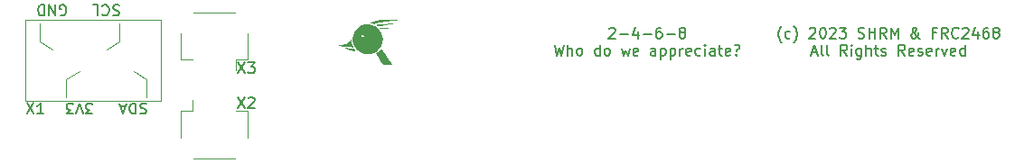
<source format=gbr>
%TF.GenerationSoftware,KiCad,Pcbnew,(6.0.8-1)-1*%
%TF.CreationDate,2023-12-09T20:57:06-06:00*%
%TF.ProjectId,RIO to STEMMA Dual,52494f20-746f-4205-9354-454d4d412044,rev?*%
%TF.SameCoordinates,Original*%
%TF.FileFunction,Legend,Top*%
%TF.FilePolarity,Positive*%
%FSLAX46Y46*%
G04 Gerber Fmt 4.6, Leading zero omitted, Abs format (unit mm)*
G04 Created by KiCad (PCBNEW (6.0.8-1)-1) date 2023-12-09 20:57:06*
%MOMM*%
%LPD*%
G01*
G04 APERTURE LIST*
%ADD10C,0.150000*%
%ADD11C,0.120000*%
G04 APERTURE END LIST*
D10*
X141791990Y-54409733D02*
X141744371Y-54362114D01*
X141649133Y-54219257D01*
X141601514Y-54124019D01*
X141553895Y-53981161D01*
X141506276Y-53743066D01*
X141506276Y-53552590D01*
X141553895Y-53314495D01*
X141601514Y-53171638D01*
X141649133Y-53076400D01*
X141744371Y-52933542D01*
X141791990Y-52885923D01*
X142601514Y-53981161D02*
X142506276Y-54028780D01*
X142315800Y-54028780D01*
X142220561Y-53981161D01*
X142172942Y-53933542D01*
X142125323Y-53838304D01*
X142125323Y-53552590D01*
X142172942Y-53457352D01*
X142220561Y-53409733D01*
X142315800Y-53362114D01*
X142506276Y-53362114D01*
X142601514Y-53409733D01*
X142934847Y-54409733D02*
X142982466Y-54362114D01*
X143077704Y-54219257D01*
X143125323Y-54124019D01*
X143172942Y-53981161D01*
X143220561Y-53743066D01*
X143220561Y-53552590D01*
X143172942Y-53314495D01*
X143125323Y-53171638D01*
X143077704Y-53076400D01*
X142982466Y-52933542D01*
X142934847Y-52885923D01*
X144411038Y-53124019D02*
X144458657Y-53076400D01*
X144553895Y-53028780D01*
X144791990Y-53028780D01*
X144887228Y-53076400D01*
X144934847Y-53124019D01*
X144982466Y-53219257D01*
X144982466Y-53314495D01*
X144934847Y-53457352D01*
X144363419Y-54028780D01*
X144982466Y-54028780D01*
X145601514Y-53028780D02*
X145696752Y-53028780D01*
X145791990Y-53076400D01*
X145839609Y-53124019D01*
X145887228Y-53219257D01*
X145934847Y-53409733D01*
X145934847Y-53647828D01*
X145887228Y-53838304D01*
X145839609Y-53933542D01*
X145791990Y-53981161D01*
X145696752Y-54028780D01*
X145601514Y-54028780D01*
X145506276Y-53981161D01*
X145458657Y-53933542D01*
X145411038Y-53838304D01*
X145363419Y-53647828D01*
X145363419Y-53409733D01*
X145411038Y-53219257D01*
X145458657Y-53124019D01*
X145506276Y-53076400D01*
X145601514Y-53028780D01*
X146315800Y-53124019D02*
X146363419Y-53076400D01*
X146458657Y-53028780D01*
X146696752Y-53028780D01*
X146791990Y-53076400D01*
X146839609Y-53124019D01*
X146887228Y-53219257D01*
X146887228Y-53314495D01*
X146839609Y-53457352D01*
X146268180Y-54028780D01*
X146887228Y-54028780D01*
X147220561Y-53028780D02*
X147839609Y-53028780D01*
X147506276Y-53409733D01*
X147649133Y-53409733D01*
X147744371Y-53457352D01*
X147791990Y-53504971D01*
X147839609Y-53600209D01*
X147839609Y-53838304D01*
X147791990Y-53933542D01*
X147744371Y-53981161D01*
X147649133Y-54028780D01*
X147363419Y-54028780D01*
X147268180Y-53981161D01*
X147220561Y-53933542D01*
X148982466Y-53981161D02*
X149125323Y-54028780D01*
X149363419Y-54028780D01*
X149458657Y-53981161D01*
X149506276Y-53933542D01*
X149553895Y-53838304D01*
X149553895Y-53743066D01*
X149506276Y-53647828D01*
X149458657Y-53600209D01*
X149363419Y-53552590D01*
X149172942Y-53504971D01*
X149077704Y-53457352D01*
X149030085Y-53409733D01*
X148982466Y-53314495D01*
X148982466Y-53219257D01*
X149030085Y-53124019D01*
X149077704Y-53076400D01*
X149172942Y-53028780D01*
X149411038Y-53028780D01*
X149553895Y-53076400D01*
X149982466Y-54028780D02*
X149982466Y-53028780D01*
X149982466Y-53504971D02*
X150553895Y-53504971D01*
X150553895Y-54028780D02*
X150553895Y-53028780D01*
X151601514Y-54028780D02*
X151268180Y-53552590D01*
X151030085Y-54028780D02*
X151030085Y-53028780D01*
X151411038Y-53028780D01*
X151506276Y-53076400D01*
X151553895Y-53124019D01*
X151601514Y-53219257D01*
X151601514Y-53362114D01*
X151553895Y-53457352D01*
X151506276Y-53504971D01*
X151411038Y-53552590D01*
X151030085Y-53552590D01*
X152030085Y-54028780D02*
X152030085Y-53028780D01*
X152363419Y-53743066D01*
X152696752Y-53028780D01*
X152696752Y-54028780D01*
X154744371Y-54028780D02*
X154696752Y-54028780D01*
X154601514Y-53981161D01*
X154458657Y-53838304D01*
X154220561Y-53552590D01*
X154125323Y-53409733D01*
X154077704Y-53266876D01*
X154077704Y-53171638D01*
X154125323Y-53076400D01*
X154220561Y-53028780D01*
X154268180Y-53028780D01*
X154363419Y-53076400D01*
X154411038Y-53171638D01*
X154411038Y-53219257D01*
X154363419Y-53314495D01*
X154315800Y-53362114D01*
X154030085Y-53552590D01*
X153982466Y-53600209D01*
X153934847Y-53695447D01*
X153934847Y-53838304D01*
X153982466Y-53933542D01*
X154030085Y-53981161D01*
X154125323Y-54028780D01*
X154268180Y-54028780D01*
X154363419Y-53981161D01*
X154411038Y-53933542D01*
X154553895Y-53743066D01*
X154601514Y-53600209D01*
X154601514Y-53504971D01*
X156268180Y-53504971D02*
X155934847Y-53504971D01*
X155934847Y-54028780D02*
X155934847Y-53028780D01*
X156411038Y-53028780D01*
X157363419Y-54028780D02*
X157030085Y-53552590D01*
X156791990Y-54028780D02*
X156791990Y-53028780D01*
X157172942Y-53028780D01*
X157268180Y-53076400D01*
X157315800Y-53124019D01*
X157363419Y-53219257D01*
X157363419Y-53362114D01*
X157315800Y-53457352D01*
X157268180Y-53504971D01*
X157172942Y-53552590D01*
X156791990Y-53552590D01*
X158363419Y-53933542D02*
X158315800Y-53981161D01*
X158172942Y-54028780D01*
X158077704Y-54028780D01*
X157934847Y-53981161D01*
X157839609Y-53885923D01*
X157791990Y-53790685D01*
X157744371Y-53600209D01*
X157744371Y-53457352D01*
X157791990Y-53266876D01*
X157839609Y-53171638D01*
X157934847Y-53076400D01*
X158077704Y-53028780D01*
X158172942Y-53028780D01*
X158315800Y-53076400D01*
X158363419Y-53124019D01*
X158744371Y-53124019D02*
X158791990Y-53076400D01*
X158887228Y-53028780D01*
X159125323Y-53028780D01*
X159220561Y-53076400D01*
X159268180Y-53124019D01*
X159315800Y-53219257D01*
X159315800Y-53314495D01*
X159268180Y-53457352D01*
X158696752Y-54028780D01*
X159315800Y-54028780D01*
X160172942Y-53362114D02*
X160172942Y-54028780D01*
X159934847Y-52981161D02*
X159696752Y-53695447D01*
X160315800Y-53695447D01*
X161125323Y-53028780D02*
X160934847Y-53028780D01*
X160839609Y-53076400D01*
X160791990Y-53124019D01*
X160696752Y-53266876D01*
X160649133Y-53457352D01*
X160649133Y-53838304D01*
X160696752Y-53933542D01*
X160744371Y-53981161D01*
X160839609Y-54028780D01*
X161030085Y-54028780D01*
X161125323Y-53981161D01*
X161172942Y-53933542D01*
X161220561Y-53838304D01*
X161220561Y-53600209D01*
X161172942Y-53504971D01*
X161125323Y-53457352D01*
X161030085Y-53409733D01*
X160839609Y-53409733D01*
X160744371Y-53457352D01*
X160696752Y-53504971D01*
X160649133Y-53600209D01*
X161791990Y-53457352D02*
X161696752Y-53409733D01*
X161649133Y-53362114D01*
X161601514Y-53266876D01*
X161601514Y-53219257D01*
X161649133Y-53124019D01*
X161696752Y-53076400D01*
X161791990Y-53028780D01*
X161982466Y-53028780D01*
X162077704Y-53076400D01*
X162125323Y-53124019D01*
X162172942Y-53219257D01*
X162172942Y-53266876D01*
X162125323Y-53362114D01*
X162077704Y-53409733D01*
X161982466Y-53457352D01*
X161791990Y-53457352D01*
X161696752Y-53504971D01*
X161649133Y-53552590D01*
X161601514Y-53647828D01*
X161601514Y-53838304D01*
X161649133Y-53933542D01*
X161696752Y-53981161D01*
X161791990Y-54028780D01*
X161982466Y-54028780D01*
X162077704Y-53981161D01*
X162125323Y-53933542D01*
X162172942Y-53838304D01*
X162172942Y-53647828D01*
X162125323Y-53552590D01*
X162077704Y-53504971D01*
X161982466Y-53457352D01*
X144625323Y-55353066D02*
X145101514Y-55353066D01*
X144530085Y-55638780D02*
X144863419Y-54638780D01*
X145196752Y-55638780D01*
X145672942Y-55638780D02*
X145577704Y-55591161D01*
X145530085Y-55495923D01*
X145530085Y-54638780D01*
X146196752Y-55638780D02*
X146101514Y-55591161D01*
X146053895Y-55495923D01*
X146053895Y-54638780D01*
X147911038Y-55638780D02*
X147577704Y-55162590D01*
X147339609Y-55638780D02*
X147339609Y-54638780D01*
X147720561Y-54638780D01*
X147815800Y-54686400D01*
X147863419Y-54734019D01*
X147911038Y-54829257D01*
X147911038Y-54972114D01*
X147863419Y-55067352D01*
X147815800Y-55114971D01*
X147720561Y-55162590D01*
X147339609Y-55162590D01*
X148339609Y-55638780D02*
X148339609Y-54972114D01*
X148339609Y-54638780D02*
X148291990Y-54686400D01*
X148339609Y-54734019D01*
X148387228Y-54686400D01*
X148339609Y-54638780D01*
X148339609Y-54734019D01*
X149244371Y-54972114D02*
X149244371Y-55781638D01*
X149196752Y-55876876D01*
X149149133Y-55924495D01*
X149053895Y-55972114D01*
X148911038Y-55972114D01*
X148815800Y-55924495D01*
X149244371Y-55591161D02*
X149149133Y-55638780D01*
X148958657Y-55638780D01*
X148863419Y-55591161D01*
X148815800Y-55543542D01*
X148768180Y-55448304D01*
X148768180Y-55162590D01*
X148815800Y-55067352D01*
X148863419Y-55019733D01*
X148958657Y-54972114D01*
X149149133Y-54972114D01*
X149244371Y-55019733D01*
X149720561Y-55638780D02*
X149720561Y-54638780D01*
X150149133Y-55638780D02*
X150149133Y-55114971D01*
X150101514Y-55019733D01*
X150006276Y-54972114D01*
X149863419Y-54972114D01*
X149768180Y-55019733D01*
X149720561Y-55067352D01*
X150482466Y-54972114D02*
X150863419Y-54972114D01*
X150625323Y-54638780D02*
X150625323Y-55495923D01*
X150672942Y-55591161D01*
X150768180Y-55638780D01*
X150863419Y-55638780D01*
X151149133Y-55591161D02*
X151244371Y-55638780D01*
X151434847Y-55638780D01*
X151530085Y-55591161D01*
X151577704Y-55495923D01*
X151577704Y-55448304D01*
X151530085Y-55353066D01*
X151434847Y-55305447D01*
X151291990Y-55305447D01*
X151196752Y-55257828D01*
X151149133Y-55162590D01*
X151149133Y-55114971D01*
X151196752Y-55019733D01*
X151291990Y-54972114D01*
X151434847Y-54972114D01*
X151530085Y-55019733D01*
X153339609Y-55638780D02*
X153006276Y-55162590D01*
X152768180Y-55638780D02*
X152768180Y-54638780D01*
X153149133Y-54638780D01*
X153244371Y-54686400D01*
X153291990Y-54734019D01*
X153339609Y-54829257D01*
X153339609Y-54972114D01*
X153291990Y-55067352D01*
X153244371Y-55114971D01*
X153149133Y-55162590D01*
X152768180Y-55162590D01*
X154149133Y-55591161D02*
X154053895Y-55638780D01*
X153863419Y-55638780D01*
X153768180Y-55591161D01*
X153720561Y-55495923D01*
X153720561Y-55114971D01*
X153768180Y-55019733D01*
X153863419Y-54972114D01*
X154053895Y-54972114D01*
X154149133Y-55019733D01*
X154196752Y-55114971D01*
X154196752Y-55210209D01*
X153720561Y-55305447D01*
X154577704Y-55591161D02*
X154672942Y-55638780D01*
X154863419Y-55638780D01*
X154958657Y-55591161D01*
X155006276Y-55495923D01*
X155006276Y-55448304D01*
X154958657Y-55353066D01*
X154863419Y-55305447D01*
X154720561Y-55305447D01*
X154625323Y-55257828D01*
X154577704Y-55162590D01*
X154577704Y-55114971D01*
X154625323Y-55019733D01*
X154720561Y-54972114D01*
X154863419Y-54972114D01*
X154958657Y-55019733D01*
X155815800Y-55591161D02*
X155720561Y-55638780D01*
X155530085Y-55638780D01*
X155434847Y-55591161D01*
X155387228Y-55495923D01*
X155387228Y-55114971D01*
X155434847Y-55019733D01*
X155530085Y-54972114D01*
X155720561Y-54972114D01*
X155815800Y-55019733D01*
X155863419Y-55114971D01*
X155863419Y-55210209D01*
X155387228Y-55305447D01*
X156291990Y-55638780D02*
X156291990Y-54972114D01*
X156291990Y-55162590D02*
X156339609Y-55067352D01*
X156387228Y-55019733D01*
X156482466Y-54972114D01*
X156577704Y-54972114D01*
X156815800Y-54972114D02*
X157053895Y-55638780D01*
X157291990Y-54972114D01*
X158053895Y-55591161D02*
X157958657Y-55638780D01*
X157768180Y-55638780D01*
X157672942Y-55591161D01*
X157625323Y-55495923D01*
X157625323Y-55114971D01*
X157672942Y-55019733D01*
X157768180Y-54972114D01*
X157958657Y-54972114D01*
X158053895Y-55019733D01*
X158101514Y-55114971D01*
X158101514Y-55210209D01*
X157625323Y-55305447D01*
X158958657Y-55638780D02*
X158958657Y-54638780D01*
X158958657Y-55591161D02*
X158863419Y-55638780D01*
X158672942Y-55638780D01*
X158577704Y-55591161D01*
X158530085Y-55543542D01*
X158482466Y-55448304D01*
X158482466Y-55162590D01*
X158530085Y-55067352D01*
X158577704Y-55019733D01*
X158672942Y-54972114D01*
X158863419Y-54972114D01*
X158958657Y-55019733D01*
X125638371Y-53124019D02*
X125685990Y-53076400D01*
X125781228Y-53028780D01*
X126019323Y-53028780D01*
X126114561Y-53076400D01*
X126162180Y-53124019D01*
X126209800Y-53219257D01*
X126209800Y-53314495D01*
X126162180Y-53457352D01*
X125590752Y-54028780D01*
X126209800Y-54028780D01*
X126638371Y-53647828D02*
X127400276Y-53647828D01*
X128305038Y-53362114D02*
X128305038Y-54028780D01*
X128066942Y-52981161D02*
X127828847Y-53695447D01*
X128447895Y-53695447D01*
X128828847Y-53647828D02*
X129590752Y-53647828D01*
X130495514Y-53028780D02*
X130305038Y-53028780D01*
X130209800Y-53076400D01*
X130162180Y-53124019D01*
X130066942Y-53266876D01*
X130019323Y-53457352D01*
X130019323Y-53838304D01*
X130066942Y-53933542D01*
X130114561Y-53981161D01*
X130209800Y-54028780D01*
X130400276Y-54028780D01*
X130495514Y-53981161D01*
X130543133Y-53933542D01*
X130590752Y-53838304D01*
X130590752Y-53600209D01*
X130543133Y-53504971D01*
X130495514Y-53457352D01*
X130400276Y-53409733D01*
X130209800Y-53409733D01*
X130114561Y-53457352D01*
X130066942Y-53504971D01*
X130019323Y-53600209D01*
X131019323Y-53647828D02*
X131781228Y-53647828D01*
X132400276Y-53457352D02*
X132305038Y-53409733D01*
X132257419Y-53362114D01*
X132209800Y-53266876D01*
X132209800Y-53219257D01*
X132257419Y-53124019D01*
X132305038Y-53076400D01*
X132400276Y-53028780D01*
X132590752Y-53028780D01*
X132685990Y-53076400D01*
X132733609Y-53124019D01*
X132781228Y-53219257D01*
X132781228Y-53266876D01*
X132733609Y-53362114D01*
X132685990Y-53409733D01*
X132590752Y-53457352D01*
X132400276Y-53457352D01*
X132305038Y-53504971D01*
X132257419Y-53552590D01*
X132209800Y-53647828D01*
X132209800Y-53838304D01*
X132257419Y-53933542D01*
X132305038Y-53981161D01*
X132400276Y-54028780D01*
X132590752Y-54028780D01*
X132685990Y-53981161D01*
X132733609Y-53933542D01*
X132781228Y-53838304D01*
X132781228Y-53647828D01*
X132733609Y-53552590D01*
X132685990Y-53504971D01*
X132590752Y-53457352D01*
X120519323Y-54638780D02*
X120757419Y-55638780D01*
X120947895Y-54924495D01*
X121138371Y-55638780D01*
X121376466Y-54638780D01*
X121757419Y-55638780D02*
X121757419Y-54638780D01*
X122185990Y-55638780D02*
X122185990Y-55114971D01*
X122138371Y-55019733D01*
X122043133Y-54972114D01*
X121900276Y-54972114D01*
X121805038Y-55019733D01*
X121757419Y-55067352D01*
X122805038Y-55638780D02*
X122709800Y-55591161D01*
X122662180Y-55543542D01*
X122614561Y-55448304D01*
X122614561Y-55162590D01*
X122662180Y-55067352D01*
X122709800Y-55019733D01*
X122805038Y-54972114D01*
X122947895Y-54972114D01*
X123043133Y-55019733D01*
X123090752Y-55067352D01*
X123138371Y-55162590D01*
X123138371Y-55448304D01*
X123090752Y-55543542D01*
X123043133Y-55591161D01*
X122947895Y-55638780D01*
X122805038Y-55638780D01*
X124757419Y-55638780D02*
X124757419Y-54638780D01*
X124757419Y-55591161D02*
X124662180Y-55638780D01*
X124471704Y-55638780D01*
X124376466Y-55591161D01*
X124328847Y-55543542D01*
X124281228Y-55448304D01*
X124281228Y-55162590D01*
X124328847Y-55067352D01*
X124376466Y-55019733D01*
X124471704Y-54972114D01*
X124662180Y-54972114D01*
X124757419Y-55019733D01*
X125376466Y-55638780D02*
X125281228Y-55591161D01*
X125233609Y-55543542D01*
X125185990Y-55448304D01*
X125185990Y-55162590D01*
X125233609Y-55067352D01*
X125281228Y-55019733D01*
X125376466Y-54972114D01*
X125519323Y-54972114D01*
X125614561Y-55019733D01*
X125662180Y-55067352D01*
X125709800Y-55162590D01*
X125709800Y-55448304D01*
X125662180Y-55543542D01*
X125614561Y-55591161D01*
X125519323Y-55638780D01*
X125376466Y-55638780D01*
X126805038Y-54972114D02*
X126995514Y-55638780D01*
X127185990Y-55162590D01*
X127376466Y-55638780D01*
X127566942Y-54972114D01*
X128328847Y-55591161D02*
X128233609Y-55638780D01*
X128043133Y-55638780D01*
X127947895Y-55591161D01*
X127900276Y-55495923D01*
X127900276Y-55114971D01*
X127947895Y-55019733D01*
X128043133Y-54972114D01*
X128233609Y-54972114D01*
X128328847Y-55019733D01*
X128376466Y-55114971D01*
X128376466Y-55210209D01*
X127900276Y-55305447D01*
X129995514Y-55638780D02*
X129995514Y-55114971D01*
X129947895Y-55019733D01*
X129852657Y-54972114D01*
X129662180Y-54972114D01*
X129566942Y-55019733D01*
X129995514Y-55591161D02*
X129900276Y-55638780D01*
X129662180Y-55638780D01*
X129566942Y-55591161D01*
X129519323Y-55495923D01*
X129519323Y-55400685D01*
X129566942Y-55305447D01*
X129662180Y-55257828D01*
X129900276Y-55257828D01*
X129995514Y-55210209D01*
X130471704Y-54972114D02*
X130471704Y-55972114D01*
X130471704Y-55019733D02*
X130566942Y-54972114D01*
X130757419Y-54972114D01*
X130852657Y-55019733D01*
X130900276Y-55067352D01*
X130947895Y-55162590D01*
X130947895Y-55448304D01*
X130900276Y-55543542D01*
X130852657Y-55591161D01*
X130757419Y-55638780D01*
X130566942Y-55638780D01*
X130471704Y-55591161D01*
X131376466Y-54972114D02*
X131376466Y-55972114D01*
X131376466Y-55019733D02*
X131471704Y-54972114D01*
X131662180Y-54972114D01*
X131757419Y-55019733D01*
X131805038Y-55067352D01*
X131852657Y-55162590D01*
X131852657Y-55448304D01*
X131805038Y-55543542D01*
X131757419Y-55591161D01*
X131662180Y-55638780D01*
X131471704Y-55638780D01*
X131376466Y-55591161D01*
X132281228Y-55638780D02*
X132281228Y-54972114D01*
X132281228Y-55162590D02*
X132328847Y-55067352D01*
X132376466Y-55019733D01*
X132471704Y-54972114D01*
X132566942Y-54972114D01*
X133281228Y-55591161D02*
X133185990Y-55638780D01*
X132995514Y-55638780D01*
X132900276Y-55591161D01*
X132852657Y-55495923D01*
X132852657Y-55114971D01*
X132900276Y-55019733D01*
X132995514Y-54972114D01*
X133185990Y-54972114D01*
X133281228Y-55019733D01*
X133328847Y-55114971D01*
X133328847Y-55210209D01*
X132852657Y-55305447D01*
X134185990Y-55591161D02*
X134090752Y-55638780D01*
X133900276Y-55638780D01*
X133805038Y-55591161D01*
X133757419Y-55543542D01*
X133709800Y-55448304D01*
X133709800Y-55162590D01*
X133757419Y-55067352D01*
X133805038Y-55019733D01*
X133900276Y-54972114D01*
X134090752Y-54972114D01*
X134185990Y-55019733D01*
X134614561Y-55638780D02*
X134614561Y-54972114D01*
X134614561Y-54638780D02*
X134566942Y-54686400D01*
X134614561Y-54734019D01*
X134662180Y-54686400D01*
X134614561Y-54638780D01*
X134614561Y-54734019D01*
X135519323Y-55638780D02*
X135519323Y-55114971D01*
X135471704Y-55019733D01*
X135376466Y-54972114D01*
X135185990Y-54972114D01*
X135090752Y-55019733D01*
X135519323Y-55591161D02*
X135424085Y-55638780D01*
X135185990Y-55638780D01*
X135090752Y-55591161D01*
X135043133Y-55495923D01*
X135043133Y-55400685D01*
X135090752Y-55305447D01*
X135185990Y-55257828D01*
X135424085Y-55257828D01*
X135519323Y-55210209D01*
X135852657Y-54972114D02*
X136233609Y-54972114D01*
X135995514Y-54638780D02*
X135995514Y-55495923D01*
X136043133Y-55591161D01*
X136138371Y-55638780D01*
X136233609Y-55638780D01*
X136947895Y-55591161D02*
X136852657Y-55638780D01*
X136662180Y-55638780D01*
X136566942Y-55591161D01*
X136519323Y-55495923D01*
X136519323Y-55114971D01*
X136566942Y-55019733D01*
X136662180Y-54972114D01*
X136852657Y-54972114D01*
X136947895Y-55019733D01*
X136995514Y-55114971D01*
X136995514Y-55210209D01*
X136519323Y-55305447D01*
X137566942Y-55543542D02*
X137614561Y-55591161D01*
X137566942Y-55638780D01*
X137519323Y-55591161D01*
X137566942Y-55543542D01*
X137566942Y-55638780D01*
X137376466Y-54686400D02*
X137471704Y-54638780D01*
X137709800Y-54638780D01*
X137805038Y-54686400D01*
X137852657Y-54781638D01*
X137852657Y-54876876D01*
X137805038Y-54972114D01*
X137757419Y-55019733D01*
X137662180Y-55067352D01*
X137614561Y-55114971D01*
X137566942Y-55210209D01*
X137566942Y-55257828D01*
%TO.C,X2*%
X90833676Y-59574180D02*
X91500342Y-60574180D01*
X91500342Y-59574180D02*
X90833676Y-60574180D01*
X91833676Y-59669419D02*
X91881295Y-59621800D01*
X91976533Y-59574180D01*
X92214628Y-59574180D01*
X92309866Y-59621800D01*
X92357485Y-59669419D01*
X92405104Y-59764657D01*
X92405104Y-59859895D01*
X92357485Y-60002752D01*
X91786057Y-60574180D01*
X92405104Y-60574180D01*
%TO.C,X3*%
X90859076Y-56297580D02*
X91525742Y-57297580D01*
X91525742Y-56297580D02*
X90859076Y-57297580D01*
X91811457Y-56297580D02*
X92430504Y-56297580D01*
X92097171Y-56678533D01*
X92240028Y-56678533D01*
X92335266Y-56726152D01*
X92382885Y-56773771D01*
X92430504Y-56869009D01*
X92430504Y-57107104D01*
X92382885Y-57202342D01*
X92335266Y-57249961D01*
X92240028Y-57297580D01*
X91954314Y-57297580D01*
X91859076Y-57249961D01*
X91811457Y-57202342D01*
%TO.C,X1*%
X71072476Y-60107580D02*
X71739142Y-61107580D01*
X71739142Y-60107580D02*
X71072476Y-61107580D01*
X72643904Y-61107580D02*
X72072476Y-61107580D01*
X72358190Y-61107580D02*
X72358190Y-60107580D01*
X72262952Y-60250438D01*
X72167714Y-60345676D01*
X72072476Y-60393295D01*
X79727276Y-50928438D02*
X79584419Y-50880819D01*
X79346323Y-50880819D01*
X79251085Y-50928438D01*
X79203466Y-50976057D01*
X79155847Y-51071295D01*
X79155847Y-51166533D01*
X79203466Y-51261771D01*
X79251085Y-51309390D01*
X79346323Y-51357009D01*
X79536800Y-51404628D01*
X79632038Y-51452247D01*
X79679657Y-51499866D01*
X79727276Y-51595104D01*
X79727276Y-51690342D01*
X79679657Y-51785580D01*
X79632038Y-51833200D01*
X79536800Y-51880819D01*
X79298704Y-51880819D01*
X79155847Y-51833200D01*
X78155847Y-50976057D02*
X78203466Y-50928438D01*
X78346323Y-50880819D01*
X78441561Y-50880819D01*
X78584419Y-50928438D01*
X78679657Y-51023676D01*
X78727276Y-51118914D01*
X78774895Y-51309390D01*
X78774895Y-51452247D01*
X78727276Y-51642723D01*
X78679657Y-51737961D01*
X78584419Y-51833200D01*
X78441561Y-51880819D01*
X78346323Y-51880819D01*
X78203466Y-51833200D01*
X78155847Y-51785580D01*
X77251085Y-50880819D02*
X77727276Y-50880819D01*
X77727276Y-51880819D01*
X77234895Y-61130819D02*
X76615847Y-61130819D01*
X76949180Y-60749866D01*
X76806323Y-60749866D01*
X76711085Y-60702247D01*
X76663466Y-60654628D01*
X76615847Y-60559390D01*
X76615847Y-60321295D01*
X76663466Y-60226057D01*
X76711085Y-60178438D01*
X76806323Y-60130819D01*
X77092038Y-60130819D01*
X77187276Y-60178438D01*
X77234895Y-60226057D01*
X76330133Y-61130819D02*
X75996800Y-60130819D01*
X75663466Y-61130819D01*
X75425371Y-61130819D02*
X74806323Y-61130819D01*
X75139657Y-60749866D01*
X74996800Y-60749866D01*
X74901561Y-60702247D01*
X74853942Y-60654628D01*
X74806323Y-60559390D01*
X74806323Y-60321295D01*
X74853942Y-60226057D01*
X74901561Y-60178438D01*
X74996800Y-60130819D01*
X75282514Y-60130819D01*
X75377752Y-60178438D01*
X75425371Y-60226057D01*
X74218704Y-51833200D02*
X74313942Y-51880819D01*
X74456800Y-51880819D01*
X74599657Y-51833200D01*
X74694895Y-51737961D01*
X74742514Y-51642723D01*
X74790133Y-51452247D01*
X74790133Y-51309390D01*
X74742514Y-51118914D01*
X74694895Y-51023676D01*
X74599657Y-50928438D01*
X74456800Y-50880819D01*
X74361561Y-50880819D01*
X74218704Y-50928438D01*
X74171085Y-50976057D01*
X74171085Y-51309390D01*
X74361561Y-51309390D01*
X73742514Y-50880819D02*
X73742514Y-51880819D01*
X73171085Y-50880819D01*
X73171085Y-51880819D01*
X72694895Y-50880819D02*
X72694895Y-51880819D01*
X72456800Y-51880819D01*
X72313942Y-51833200D01*
X72218704Y-51737961D01*
X72171085Y-51642723D01*
X72123466Y-51452247D01*
X72123466Y-51309390D01*
X72171085Y-51118914D01*
X72218704Y-51023676D01*
X72313942Y-50928438D01*
X72456800Y-50880819D01*
X72694895Y-50880819D01*
X82291085Y-60178438D02*
X82148228Y-60130819D01*
X81910133Y-60130819D01*
X81814895Y-60178438D01*
X81767276Y-60226057D01*
X81719657Y-60321295D01*
X81719657Y-60416533D01*
X81767276Y-60511771D01*
X81814895Y-60559390D01*
X81910133Y-60607009D01*
X82100609Y-60654628D01*
X82195847Y-60702247D01*
X82243466Y-60749866D01*
X82291085Y-60845104D01*
X82291085Y-60940342D01*
X82243466Y-61035580D01*
X82195847Y-61083200D01*
X82100609Y-61130819D01*
X81862514Y-61130819D01*
X81719657Y-61083200D01*
X81291085Y-60130819D02*
X81291085Y-61130819D01*
X81052990Y-61130819D01*
X80910133Y-61083200D01*
X80814895Y-60987961D01*
X80767276Y-60892723D01*
X80719657Y-60702247D01*
X80719657Y-60559390D01*
X80767276Y-60368914D01*
X80814895Y-60273676D01*
X80910133Y-60178438D01*
X81052990Y-60130819D01*
X81291085Y-60130819D01*
X80338704Y-60416533D02*
X79862514Y-60416533D01*
X80433942Y-60130819D02*
X80100609Y-61130819D01*
X79767276Y-60130819D01*
D11*
%TO.C,X2*%
X91756000Y-60851400D02*
X90706000Y-60851400D01*
X85536000Y-60851400D02*
X86586000Y-60851400D01*
X91756000Y-63351400D02*
X91756000Y-60851400D01*
X86706000Y-65321400D02*
X90586000Y-65321400D01*
X86586000Y-60851400D02*
X86586000Y-59861400D01*
X85536000Y-63351400D02*
X85536000Y-60851400D01*
%TO.C,X3*%
X90586000Y-51569400D02*
X86706000Y-51569400D01*
X91756000Y-53539400D02*
X91756000Y-56039400D01*
X91756000Y-56039400D02*
X90706000Y-56039400D01*
X90706000Y-56039400D02*
X90706000Y-57029400D01*
X85536000Y-53539400D02*
X85536000Y-56039400D01*
X85536000Y-56039400D02*
X86586000Y-56039400D01*
%TO.C,G\u002A\u002A\u002A*%
G36*
X105316929Y-52655668D02*
G01*
X105431394Y-52660596D01*
X105498637Y-52670448D01*
X105512140Y-52683106D01*
X105471915Y-52700681D01*
X105389246Y-52712196D01*
X105318573Y-52714816D01*
X105187059Y-52721385D01*
X105007259Y-52739857D01*
X104792796Y-52768380D01*
X104557294Y-52805105D01*
X104314378Y-52848180D01*
X104258856Y-52858797D01*
X104124632Y-52884525D01*
X104036859Y-52897698D01*
X103979574Y-52897041D01*
X103936819Y-52881275D01*
X103892633Y-52849123D01*
X103866068Y-52827364D01*
X103773805Y-52751930D01*
X103913634Y-52735452D01*
X104118592Y-52713775D01*
X104336345Y-52695057D01*
X104558317Y-52679577D01*
X104775935Y-52667618D01*
X104980625Y-52659459D01*
X105163814Y-52655382D01*
X105316929Y-52655668D01*
G37*
G36*
X100945847Y-54920825D02*
G01*
X101016309Y-54931919D01*
X101132445Y-54944052D01*
X101276568Y-54955564D01*
X101394195Y-54962890D01*
X101550351Y-54972400D01*
X101657019Y-54982954D01*
X101728093Y-54997875D01*
X101777467Y-55020484D01*
X101819032Y-55054102D01*
X101833021Y-55067795D01*
X101883176Y-55130634D01*
X101900402Y-55179223D01*
X101898095Y-55186709D01*
X101855790Y-55204830D01*
X101768436Y-55214026D01*
X101653850Y-55213729D01*
X101529850Y-55203374D01*
X101500779Y-55199346D01*
X101324609Y-55160772D01*
X101156422Y-55102721D01*
X101017844Y-55033472D01*
X100961029Y-54992711D01*
X100850716Y-54897976D01*
X100945847Y-54920825D01*
G37*
G36*
X104576633Y-53015691D02*
G01*
X104714130Y-53021028D01*
X104835021Y-53029973D01*
X104923347Y-53042158D01*
X104961921Y-53055703D01*
X104972423Y-53077983D01*
X104941599Y-53090319D01*
X104860256Y-53095171D01*
X104812926Y-53095566D01*
X104672546Y-53099051D01*
X104512584Y-53107772D01*
X104414653Y-53115591D01*
X104284032Y-53123018D01*
X104207717Y-53114654D01*
X104181578Y-53097401D01*
X104172940Y-53050026D01*
X104179755Y-53037738D01*
X104224091Y-53024983D01*
X104315654Y-53017302D01*
X104438488Y-53014326D01*
X104576633Y-53015691D01*
G37*
G36*
X101883519Y-53274701D02*
G01*
X102069995Y-53059387D01*
X102299213Y-52885263D01*
X102425925Y-52817153D01*
X102681294Y-52728534D01*
X102953212Y-52691055D01*
X103229071Y-52702999D01*
X103496265Y-52762647D01*
X103742188Y-52868281D01*
X103954234Y-53018186D01*
X103963558Y-53026662D01*
X104173232Y-53259062D01*
X104325060Y-53515249D01*
X104417815Y-53791249D01*
X104450271Y-54083088D01*
X104421202Y-54386792D01*
X104405447Y-54458886D01*
X104312248Y-54715746D01*
X104168251Y-54944936D01*
X103981824Y-55141620D01*
X103761336Y-55300961D01*
X103515158Y-55418120D01*
X103251659Y-55488261D01*
X102979207Y-55506547D01*
X102706173Y-55468140D01*
X102674062Y-55459574D01*
X102378824Y-55348164D01*
X102129584Y-55194023D01*
X101928249Y-54999644D01*
X101776728Y-54767521D01*
X101676929Y-54500145D01*
X101630762Y-54200011D01*
X101627620Y-54092555D01*
X101657623Y-53798807D01*
X101661042Y-53787980D01*
X102431344Y-53787980D01*
X102438241Y-53852417D01*
X102449884Y-53869587D01*
X102510146Y-53911655D01*
X102547221Y-53919810D01*
X102612823Y-53896936D01*
X102644558Y-53869587D01*
X102666394Y-53805198D01*
X102637832Y-53747516D01*
X102570703Y-53715485D01*
X102547221Y-53713693D01*
X102471614Y-53735422D01*
X102431344Y-53787980D01*
X101661042Y-53787980D01*
X101744492Y-53523682D01*
X101883519Y-53274701D01*
G37*
G36*
X105031034Y-52243784D02*
G01*
X105352754Y-52263870D01*
X105632038Y-52299842D01*
X105771560Y-52324276D01*
X105886138Y-52346121D01*
X105962429Y-52362720D01*
X105987077Y-52370570D01*
X105964792Y-52375272D01*
X105893818Y-52375548D01*
X105788732Y-52371403D01*
X105772048Y-52370466D01*
X105529891Y-52367335D01*
X105244113Y-52381639D01*
X104931484Y-52411453D01*
X104608776Y-52454851D01*
X104292761Y-52509907D01*
X104005897Y-52573273D01*
X103891944Y-52601011D01*
X103790395Y-52624592D01*
X103747233Y-52633948D01*
X103667635Y-52652665D01*
X103620391Y-52666783D01*
X103559079Y-52664673D01*
X103530242Y-52651548D01*
X103462882Y-52627649D01*
X103397344Y-52620171D01*
X103318288Y-52612021D01*
X103294575Y-52590575D01*
X103320164Y-52558480D01*
X103389016Y-52518386D01*
X103495090Y-52472940D01*
X103632345Y-52424791D01*
X103794741Y-52376587D01*
X103976238Y-52330978D01*
X104132403Y-52297890D01*
X104399695Y-52260766D01*
X104706293Y-52242740D01*
X105031034Y-52243784D01*
G37*
G36*
X104290670Y-55021745D02*
G01*
X104311475Y-55073520D01*
X104346784Y-55119183D01*
X104433179Y-55212936D01*
X104517421Y-55313542D01*
X104607688Y-55431873D01*
X104712160Y-55578798D01*
X104839017Y-55765187D01*
X104887906Y-55838287D01*
X104987650Y-55986006D01*
X105076612Y-56114187D01*
X105148381Y-56213877D01*
X105196545Y-56276117D01*
X105213233Y-56292802D01*
X105240690Y-56329199D01*
X105242601Y-56344413D01*
X105264861Y-56397594D01*
X105290167Y-56424929D01*
X105330030Y-56470704D01*
X105337733Y-56492232D01*
X105307970Y-56502427D01*
X105226457Y-56510802D01*
X105104853Y-56516612D01*
X104954818Y-56519108D01*
X104917570Y-56519136D01*
X104497408Y-56518211D01*
X104354711Y-56323157D01*
X104283961Y-56224920D01*
X104228138Y-56144583D01*
X104197865Y-56097485D01*
X104196159Y-56094181D01*
X104170578Y-56049289D01*
X104123205Y-55972981D01*
X104093101Y-55926121D01*
X104043085Y-55845951D01*
X104011541Y-55789167D01*
X104005897Y-55774213D01*
X103989315Y-55740089D01*
X103949465Y-55677156D01*
X103901188Y-55607300D01*
X103859329Y-55552402D01*
X103845032Y-55537039D01*
X103819451Y-55496553D01*
X103807151Y-55467674D01*
X103811325Y-55423512D01*
X103861998Y-55373867D01*
X103925417Y-55333304D01*
X104030000Y-55258407D01*
X104136159Y-55161754D01*
X104176723Y-55117275D01*
X104237604Y-55051002D01*
X104278988Y-55018072D01*
X104290670Y-55021745D01*
G37*
G36*
X101497243Y-54169958D02*
G01*
X101518151Y-54240438D01*
X101530630Y-54332333D01*
X101532056Y-54370607D01*
X101544937Y-54461238D01*
X101575369Y-54559558D01*
X101575913Y-54560869D01*
X101617474Y-54667860D01*
X101652434Y-54768062D01*
X101685532Y-54871121D01*
X101394966Y-54866710D01*
X101226906Y-54859729D01*
X101047089Y-54845281D01*
X100889969Y-54826247D01*
X100866571Y-54822525D01*
X100674075Y-54787326D01*
X100512461Y-54751843D01*
X100390136Y-54718321D01*
X100315504Y-54689008D01*
X100295785Y-54669962D01*
X100318996Y-54654835D01*
X100341301Y-54659829D01*
X100423467Y-54669444D01*
X100543452Y-54656583D01*
X100686648Y-54625907D01*
X100838448Y-54582074D01*
X100984243Y-54529744D01*
X101109426Y-54473577D01*
X101199387Y-54418230D01*
X101237828Y-54373878D01*
X101274342Y-54335477D01*
X101290126Y-54331954D01*
X101330304Y-54307779D01*
X101381752Y-54248544D01*
X101389792Y-54236914D01*
X101436653Y-54174254D01*
X101470013Y-54142751D01*
X101473298Y-54141874D01*
X101497243Y-54169958D01*
G37*
G36*
X106637857Y-56489345D02*
G01*
X106612158Y-56516600D01*
X106590292Y-56520060D01*
X106547984Y-56513275D01*
X106542726Y-56507597D01*
X106567522Y-56487150D01*
X106590292Y-56476882D01*
X106631124Y-56476223D01*
X106637857Y-56489345D01*
G37*
%TO.C,X1*%
X72266800Y-52583200D02*
X72266800Y-54333200D01*
X75996800Y-57083200D02*
X74766800Y-57833200D01*
X82266800Y-59583200D02*
X82266800Y-57833200D01*
X79766800Y-54333200D02*
X79766800Y-52583200D01*
X79766800Y-54333200D02*
X78536800Y-55083200D01*
X74766800Y-57833200D02*
X74766800Y-59583200D01*
X82266800Y-57833200D02*
X81076800Y-57083200D01*
X72266800Y-54333200D02*
X73456800Y-55083200D01*
X70916800Y-59893200D02*
X83616800Y-59893200D01*
X83616800Y-59893200D02*
X83616800Y-52273200D01*
X83616800Y-52273200D02*
X70916800Y-52273200D01*
X70916800Y-52273200D02*
X70916800Y-59893200D01*
%TD*%
M02*

</source>
